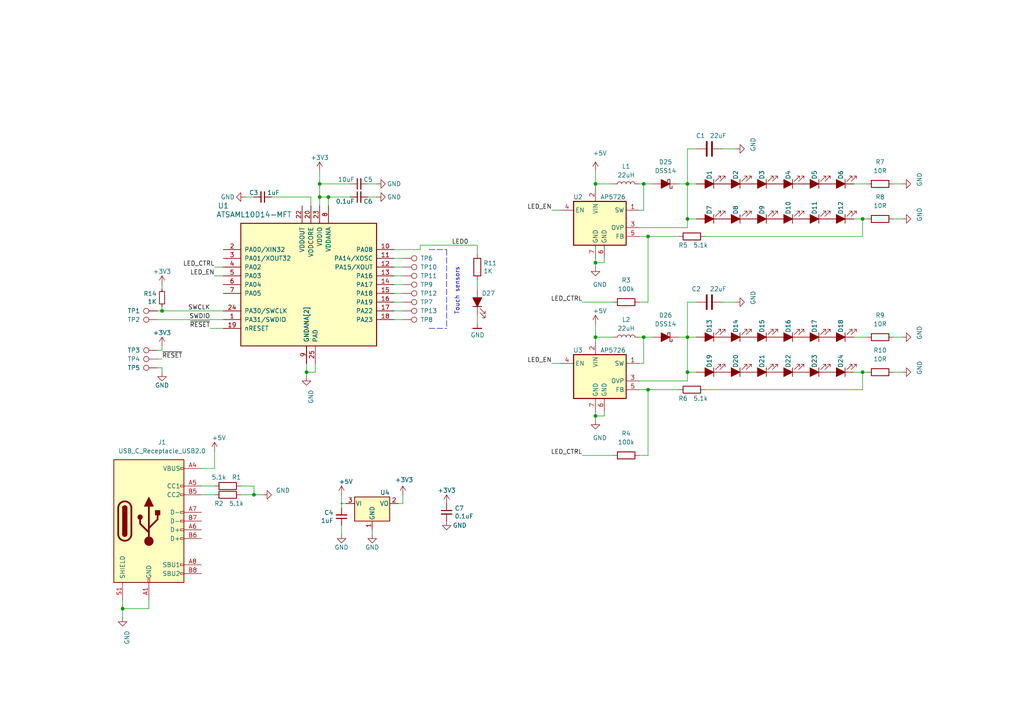
<source format=kicad_sch>
(kicad_sch (version 20230121) (generator eeschema)
  (paper "A4")
  (title_block (title "Meiji Led Ring") (date "2020-12-03") (rev "r1.0") (company "GsD - @gregdavill") (comment 1 "To fit MA794 Barlow lens"))
  (bus_alias "GPDI" (members "CK_N" "CK_P" "D0_N" "D0_P" "D1_N" "D1_P" "D2_N" "D2_P"))
  (junction (at 92.71 53.34) (diameter 0.9144))
  (junction (at 172.72 120.65) (diameter 0.9144))
  (junction (at 199.39 63.5) (diameter 0.9144))
  (junction (at 172.72 97.79) (diameter 0.9144))
  (junction (at 250.19 107.95) (diameter 0.9144))
  (junction (at 199.39 53.34) (diameter 0.9144))
  (junction (at 172.72 76.2) (diameter 0.9144))
  (junction (at 186.69 97.79) (diameter 0.9144))
  (junction (at 172.72 53.34) (diameter 0.9144))
  (junction (at 95.25 57.15) (diameter 0.9144))
  (junction (at 88.9 107.95) (diameter 0.9144))
  (junction (at 92.71 57.15) (diameter 0.9144))
  (junction (at 73.66 143.51) (diameter 0.9144))
  (junction (at 187.96 68.58) (diameter 0.9144))
  (junction (at 250.19 63.5) (diameter 0.9144))
  (junction (at 186.69 53.34) (diameter 0.9144))
  (junction (at 35.56 176.53) (diameter 0.9144))
  (junction (at 187.96 113.03) (diameter 0.9144))
  (junction (at 199.39 97.79) (diameter 0.9144))
  (junction (at 99.06 146.05) (diameter 0.3048))
  (junction (at 46.99 90.17) (diameter 0.9144))
  (junction (at 199.39 107.95) (diameter 0.9144))
  (wire (pts (xy 247.65 53.34) (xy 251.46 53.34)))
  (wire (pts (xy 185.42 87.63) (xy 187.96 87.63)))
  (wire (pts (xy 160.02 60.96) (xy 162.56 60.96)))
  (wire (pts (xy 199.39 53.34) (xy 201.93 53.34)))
  (wire (pts (xy 204.47 68.58) (xy 250.19 68.58)))
  (wire (pts (xy 92.71 59.69) (xy 92.71 57.15)))
  (wire (pts (xy 247.65 107.95) (xy 250.19 107.95)))
  (wire (pts (xy 250.19 68.58) (xy 250.19 63.5)))
  (wire (pts (xy 175.26 76.2) (xy 172.72 76.2)))
  (wire (pts (xy 172.72 93.98) (xy 172.72 97.79)))
  (wire (pts (xy 199.39 66.04) (xy 199.39 63.5)))
  (wire (pts (xy 187.96 113.03) (xy 187.96 132.08)))
  (wire (pts (xy 187.96 68.58) (xy 187.96 87.63)))
  (wire (pts (xy 172.72 76.2) (xy 172.72 77.47)))
  (wire (pts (xy 201.93 107.95) (xy 199.39 107.95)))
  (wire (pts (xy 46.99 83.82) (xy 46.99 82.55)))
  (wire (pts (xy 172.72 74.93) (xy 172.72 76.2)))
  (wire (pts (xy 88.9 105.41) (xy 88.9 107.95)))
  (wire (pts (xy 199.39 87.63) (xy 199.39 97.79)))
  (wire (pts (xy 185.42 68.58) (xy 187.96 68.58)))
  (wire (pts (xy 106.68 57.15) (xy 109.22 57.15)))
  (wire (pts (xy 107.95 153.67) (xy 107.95 154.94)))
  (wire (pts (xy 58.42 135.89) (xy 62.23 135.89)))
  (wire (pts (xy 45.72 101.6) (xy 46.99 101.6)))
  (polyline (pts (xy 129.54 72.39) (xy 129.54 95.25)) (stroke (width 0) (type dash)))
  (wire (pts (xy 177.8 53.34) (xy 172.72 53.34)))
  (wire (pts (xy 247.65 63.5) (xy 250.19 63.5)))
  (wire (pts (xy 259.08 97.79) (xy 261.62 97.79)))
  (wire (pts (xy 115.57 146.05) (xy 116.84 146.05)))
  (polyline (pts (xy 124.46 95.25) (xy 129.54 95.25)) (stroke (width 0) (type dash)))
  (wire (pts (xy 73.66 143.51) (xy 76.2 143.51)))
  (wire (pts (xy 201.93 43.18) (xy 199.39 43.18)))
  (wire (pts (xy 99.06 143.51) (xy 99.06 146.05)))
  (wire (pts (xy 259.08 53.34) (xy 261.62 53.34)))
  (wire (pts (xy 175.26 119.38) (xy 175.26 120.65)))
  (wire (pts (xy 92.71 53.34) (xy 101.6 53.34)))
  (wire (pts (xy 35.56 176.53) (xy 35.56 179.07)))
  (wire (pts (xy 199.39 97.79) (xy 196.85 97.79)))
  (wire (pts (xy 60.96 95.25) (xy 64.77 95.25)))
  (wire (pts (xy 185.42 105.41) (xy 186.69 105.41)))
  (wire (pts (xy 114.3 87.63) (xy 116.84 87.63)))
  (wire (pts (xy 250.19 113.03) (xy 250.19 107.95)))
  (polyline (pts (xy 124.46 72.39) (xy 129.54 72.39)) (stroke (width 0) (type dash)))
  (wire (pts (xy 186.69 53.34) (xy 185.42 53.34)))
  (wire (pts (xy 138.43 91.44) (xy 138.43 93.98)))
  (wire (pts (xy 88.9 107.95) (xy 88.9 109.22)))
  (wire (pts (xy 186.69 97.79) (xy 185.42 97.79)))
  (wire (pts (xy 186.69 97.79) (xy 189.23 97.79)))
  (wire (pts (xy 114.3 77.47) (xy 116.84 77.47)))
  (wire (pts (xy 121.92 71.12) (xy 138.43 71.12)))
  (wire (pts (xy 172.72 120.65) (xy 172.72 121.92)))
  (wire (pts (xy 114.3 82.55) (xy 116.84 82.55)))
  (wire (pts (xy 259.08 107.95) (xy 261.62 107.95)))
  (wire (pts (xy 45.72 106.68) (xy 46.99 106.68)))
  (wire (pts (xy 121.92 72.39) (xy 114.3 72.39)))
  (wire (pts (xy 106.68 53.34) (xy 109.22 53.34)))
  (wire (pts (xy 114.3 90.17) (xy 116.84 90.17)))
  (wire (pts (xy 45.72 104.14) (xy 46.99 104.14)))
  (wire (pts (xy 250.19 107.95) (xy 251.46 107.95)))
  (wire (pts (xy 92.71 57.15) (xy 92.71 53.34)))
  (wire (pts (xy 121.92 71.12) (xy 121.92 72.39)))
  (wire (pts (xy 259.08 63.5) (xy 261.62 63.5)))
  (wire (pts (xy 175.26 74.93) (xy 175.26 76.2)))
  (wire (pts (xy 69.85 140.97) (xy 73.66 140.97)))
  (wire (pts (xy 199.39 53.34) (xy 196.85 53.34)))
  (wire (pts (xy 114.3 85.09) (xy 116.84 85.09)))
  (wire (pts (xy 114.3 80.01) (xy 116.84 80.01)))
  (wire (pts (xy 138.43 73.66) (xy 138.43 71.12)))
  (wire (pts (xy 209.55 87.63) (xy 213.36 87.63)))
  (wire (pts (xy 45.72 92.71) (xy 64.77 92.71)))
  (wire (pts (xy 62.23 130.81) (xy 62.23 135.89)))
  (wire (pts (xy 247.65 97.79) (xy 251.46 97.79)))
  (wire (pts (xy 172.72 49.53) (xy 172.72 53.34)))
  (wire (pts (xy 168.91 132.08) (xy 177.8 132.08)))
  (wire (pts (xy 95.25 57.15) (xy 101.6 57.15)))
  (wire (pts (xy 43.18 176.53) (xy 35.56 176.53)))
  (wire (pts (xy 199.39 97.79) (xy 199.39 107.95)))
  (wire (pts (xy 186.69 105.41) (xy 186.69 97.79)))
  (wire (pts (xy 201.93 87.63) (xy 199.39 87.63)))
  (wire (pts (xy 46.99 101.6) (xy 46.99 100.33)))
  (wire (pts (xy 73.66 57.15) (xy 71.12 57.15)))
  (wire (pts (xy 35.56 173.99) (xy 35.56 176.53)))
  (wire (pts (xy 172.72 53.34) (xy 172.72 54.61)))
  (wire (pts (xy 185.42 110.49) (xy 199.39 110.49)))
  (wire (pts (xy 46.99 106.68) (xy 46.99 107.95)))
  (wire (pts (xy 199.39 53.34) (xy 199.39 63.5)))
  (wire (pts (xy 199.39 97.79) (xy 201.93 97.79)))
  (wire (pts (xy 168.91 87.63) (xy 177.8 87.63)))
  (wire (pts (xy 186.69 60.96) (xy 186.69 53.34)))
  (wire (pts (xy 175.26 120.65) (xy 172.72 120.65)))
  (wire (pts (xy 95.25 57.15) (xy 95.25 59.69)))
  (wire (pts (xy 58.42 143.51) (xy 62.23 143.51)))
  (wire (pts (xy 185.42 66.04) (xy 199.39 66.04)))
  (wire (pts (xy 160.02 105.41) (xy 162.56 105.41)))
  (wire (pts (xy 46.99 90.17) (xy 64.77 90.17)))
  (wire (pts (xy 114.3 74.93) (xy 116.84 74.93)))
  (wire (pts (xy 99.06 146.05) (xy 99.06 147.32)))
  (wire (pts (xy 185.42 113.03) (xy 187.96 113.03)))
  (wire (pts (xy 185.42 132.08) (xy 187.96 132.08)))
  (wire (pts (xy 46.99 90.17) (xy 46.99 88.9)))
  (wire (pts (xy 199.39 43.18) (xy 199.39 53.34)))
  (wire (pts (xy 116.84 146.05) (xy 116.84 143.51)))
  (wire (pts (xy 46.99 90.17) (xy 45.72 90.17)))
  (wire (pts (xy 92.71 57.15) (xy 95.25 57.15)))
  (wire (pts (xy 91.44 105.41) (xy 91.44 107.95)))
  (wire (pts (xy 58.42 140.97) (xy 62.23 140.97)))
  (wire (pts (xy 187.96 68.58) (xy 196.85 68.58)))
  (wire (pts (xy 204.47 113.03) (xy 250.19 113.03)))
  (wire (pts (xy 209.55 43.18) (xy 213.36 43.18)))
  (wire (pts (xy 90.17 57.15) (xy 90.17 59.69)))
  (wire (pts (xy 199.39 110.49) (xy 199.39 107.95)))
  (wire (pts (xy 201.93 63.5) (xy 199.39 63.5)))
  (wire (pts (xy 114.3 92.71) (xy 116.84 92.71)))
  (wire (pts (xy 100.33 146.05) (xy 99.06 146.05)))
  (wire (pts (xy 62.23 77.47) (xy 64.77 77.47)))
  (wire (pts (xy 177.8 97.79) (xy 172.72 97.79)))
  (wire (pts (xy 172.72 97.79) (xy 172.72 99.06)))
  (wire (pts (xy 172.72 119.38) (xy 172.72 120.65)))
  (wire (pts (xy 69.85 143.51) (xy 73.66 143.51)))
  (wire (pts (xy 92.71 49.53) (xy 92.71 53.34)))
  (wire (pts (xy 99.06 152.4) (xy 99.06 154.94)))
  (wire (pts (xy 62.23 80.01) (xy 64.77 80.01)))
  (wire (pts (xy 91.44 107.95) (xy 88.9 107.95)))
  (wire (pts (xy 250.19 63.5) (xy 251.46 63.5)))
  (wire (pts (xy 78.74 57.15) (xy 90.17 57.15)))
  (wire (pts (xy 185.42 60.96) (xy 186.69 60.96)))
  (wire (pts (xy 73.66 140.97) (xy 73.66 143.51)))
  (wire (pts (xy 43.18 173.99) (xy 43.18 176.53)))
  (wire (pts (xy 187.96 113.03) (xy 196.85 113.03)))
  (wire (pts (xy 138.43 81.28) (xy 138.43 83.82)))
  (wire (pts (xy 186.69 53.34) (xy 189.23 53.34)))
  (text "Touch sensors" (at 133.35 77.47 90) (effects (font (size 1.27 1.27)) (justify right bottom)))
  (label "LED_CTRL" (at 168.91 132.08 180))
  (label "LED_EN" (at 62.23 80.01 180))
  (label "LED_CTRL" (at 168.91 87.63 180))
  (label "LED_EN" (at 160.02 105.41 180))
  (label "SWCLK" (at 60.96 90.17 180))
  (label "SWDIO" (at 60.96 92.71 180))
  (label "LED0" (at 135.89 71.12 180))
  (label "~{RESET}" (at 46.99 104.14 0))
  (label "LED_CTRL" (at 62.23 77.47 180))
  (label "LED_EN" (at 160.02 60.96 180))
  (label "~{RESET}" (at 60.96 95.25 180))
  (symbol (lib_id "power:GND") (at 35.56 179.07 0) (unit 1)
    (property "Reference" "#PWR0104" (effects hide))
    (property "Value" "GND" (at 36.83 182.88 90) (effects (justify right)))
  )
  (symbol (lib_id "gkl_power:GND") (at 138.43 93.98 0) (unit 1)
    (property "Reference" "#PWR08" (effects hide))
    (property "Value" "GND" (at 138.5062 97.1804 0))
  )
  (symbol (lib_name "Device:LED_ALT_17") (lib_id "Device:LED_ALT") (at 205.74 107.95 180) (unit 1)
    (property "Reference" "D19" (at 205.74 106.68 90) (effects (justify right)))
    (property "Value" "LED_ALT" (effects hide))
    (property "Footprint" "gsd-footprints:LED_LUXEON_3014" (effects hide))
    (property "Datasheet" "https://datasheet.lcsc.com/szlcsc/1912111437_Lumileds-L130-3080HE1400001_C358161.pdf" (effects hide))
    (property "Mfg" "Lextar" (effects hide))
    (property "PN" "PC30H08-V4" (effects hide))
  )
  (symbol (lib_name "Device:LED_ALT_5") (lib_id "Device:LED_ALT") (at 236.22 53.34 180) (unit 1)
    (property "Reference" "D5" (at 236.22 52.07 90) (effects (justify right)))
    (property "Value" "LED_ALT" (effects hide))
    (property "Footprint" "gsd-footprints:LED_LUXEON_3014" (effects hide))
    (property "Datasheet" "https://datasheet.lcsc.com/szlcsc/1912111437_Lumileds-L130-3080HE1400001_C358161.pdf" (effects hide))
    (property "Mfg" "Lextar" (effects hide))
    (property "PN" "PC30H08-V4" (effects hide))
  )
  (symbol (lib_id "power:GND") (at 213.36 43.18 90) (unit 1)
    (property "Reference" "#PWR0105" (effects hide))
    (property "Value" "GND" (at 218.44 41.91 0))
  )
  (symbol (lib_name "Device:R_4") (lib_id "Device:R") (at 255.27 63.5 270) (unit 1)
    (property "Reference" "R8" (at 255.27 57.15 90))
    (property "Value" "10R" (at 255.27 59.69 90))
    (property "Footprint" "Resistor_SMD:R_0603_1608Metric" (effects hide))
    (property "Mfg" "UNI-ROYAL(Uniroyal Elec)" (effects hide))
    (property "PN" "0603WAF100JT5E" (effects hide))
  )
  (symbol (lib_name "Device:LED_ALT_9") (lib_id "Device:LED_ALT") (at 236.22 63.5 180) (unit 1)
    (property "Reference" "D11" (at 236.22 62.23 90) (effects (justify right)))
    (property "Value" "LED_ALT" (effects hide))
    (property "Footprint" "gsd-footprints:LED_LUXEON_3014" (effects hide))
    (property "Datasheet" "https://datasheet.lcsc.com/szlcsc/1912111437_Lumileds-L130-3080HE1400001_C358161.pdf" (effects hide))
    (property "Mfg" "Lextar" (effects hide))
    (property "PN" "PC30H08-V4" (effects hide))
  )
  (symbol (lib_id "Device:D_Schottky_ALT") (at 193.04 97.79 180) (unit 1)
    (property "Reference" "D26" (at 193.04 91.44 0))
    (property "Value" "DSS14" (at 193.04 93.98 0))
    (property "Footprint" "Diode_SMD:D_SOD-123F" (effects hide))
    (property "Mfg" "BORN" (effects hide))
    (property "PN" "DSS14" (effects hide))
  )
  (symbol (lib_name "Device:LED_ALT_19") (lib_id "Device:LED_ALT") (at 236.22 97.79 180) (unit 1)
    (property "Reference" "D17" (at 236.22 96.52 90) (effects (justify right)))
    (property "Value" "LED_ALT" (effects hide))
    (property "Footprint" "gsd-footprints:LED_LUXEON_3014" (effects hide))
    (property "Datasheet" "https://datasheet.lcsc.com/szlcsc/1912111437_Lumileds-L130-3080HE1400001_C358161.pdf" (effects hide))
    (property "Mfg" "Lextar" (effects hide))
    (property "PN" "PC30H08-V4" (effects hide))
  )
  (symbol (lib_id "power:GND") (at 109.22 53.34 90) (mirror x) (unit 1)
    (property "Reference" "#PWR0109" (effects hide))
    (property "Value" "GND" (at 114.3 53.34 90))
  )
  (symbol (lib_id "Connector:TestPoint") (at 45.72 106.68 90) (unit 1)
    (property "Reference" "TP5" (at 40.64 106.68 90) (effects (justify left)))
    (property "Value" "TP_GND" (effects hide))
    (property "Footprint" "TestPoint:TestPoint_Pad_D1.0mm" (effects hide))
  )
  (symbol (lib_id "power:GND") (at 172.72 121.92 0) (unit 1)
    (property "Reference" "#PWR03" (effects hide))
    (property "Value" "GND" (at 173.99 127 0))
  )
  (symbol (lib_id "power:+3.3V") (at 129.54 146.05 0) (unit 1)
    (property "Reference" "#PWR0121" (effects hide))
    (property "Value" "+3.3V" (at 129.54 142.24 0))
  )
  (symbol (lib_id "power:GND") (at 172.72 77.47 0) (unit 1)
    (property "Reference" "#PWR02" (effects hide))
    (property "Value" "GND" (at 173.99 82.55 0))
  )
  (symbol (lib_id "power:GND") (at 107.95 154.94 0) (unit 1)
    (property "Reference" "#PWR0119" (effects hide))
    (property "Value" "GND" (at 107.95 158.75 0))
  )
  (symbol (lib_name "Device:LED_ALT_12") (lib_id "Device:LED_ALT") (at 205.74 63.5 180) (unit 1)
    (property "Reference" "D7" (at 205.74 62.23 90) (effects (justify right)))
    (property "Value" "LED_ALT" (effects hide))
    (property "Footprint" "gsd-footprints:LED_LUXEON_3014" (effects hide))
    (property "Datasheet" "https://datasheet.lcsc.com/szlcsc/1912111437_Lumileds-L130-3080HE1400001_C358161.pdf" (effects hide))
    (property "Mfg" "Lextar" (effects hide))
    (property "PN" "PC30H08-V4" (effects hide))
  )
  (symbol (lib_name "Device:LED_ALT_21") (lib_id "Device:LED_ALT") (at 236.22 107.95 180) (unit 1)
    (property "Reference" "D23" (at 236.22 106.68 90) (effects (justify right)))
    (property "Value" "LED_ALT" (effects hide))
    (property "Footprint" "gsd-footprints:LED_LUXEON_3014" (effects hide))
    (property "Datasheet" "https://datasheet.lcsc.com/szlcsc/1912111437_Lumileds-L130-3080HE1400001_C358161.pdf" (effects hide))
    (property "Mfg" "Lextar" (effects hide))
    (property "PN" "PC30H08-V4" (effects hide))
  )
  (symbol (lib_id "Device:C") (at 205.74 87.63 90) (unit 1)
    (property "Reference" "C2" (at 201.93 83.82 90))
    (property "Value" "22uF" (at 208.28 83.82 90))
    (property "Footprint" "Capacitor_SMD:C_1210_3225Metric" (effects hide))
    (property "Mfg" "Taiyo Yuden " (effects hide))
    (property "PN" "TMK325B7226KM-PR" (effects hide))
  )
  (symbol (lib_id "Connector:TestPoint") (at 116.84 74.93 270) (unit 1)
    (property "Reference" "TP6" (at 121.92 74.93 90) (effects (justify left)))
    (property "Value" "TP_SWCLK" (effects hide))
    (property "Footprint" "gsd-footprints:touch_edge_arc" (effects hide))
  )
  (symbol (lib_id "gsd-kicad:ATSAML10D14-MFT") (at 64.77 72.39 0) (unit 1)
    (property "Reference" "U1" (at 64.77 59.69 0) (effects (font (size 1.524 1.524))))
    (property "Value" "ATSAML10D14-MFT" (at 73.66 62.23 0) (effects (font (size 1.524 1.524))))
    (property "Footprint" "Package_DFN_QFN:QFN-24-1EP_5x5mm_P0.65mm_EP3.4x3.4mm" (effects hide))
    (property "Datasheet" "https://ww1.microchip.com/downloads/en/DeviceDoc/SAM-L10L11-Family-DataSheet-DS60001513F.pdf" (effects hide))
    (property "Mfg" "Microchip Technology" (effects hide))
    (property "PN" "ATSAML10D14A-MUTCT-ND" (effects hide))
  )
  (symbol (lib_name "Device:LED_ALT_15") (lib_id "Device:LED_ALT") (at 243.84 107.95 180) (unit 1)
    (property "Reference" "D24" (at 243.84 106.68 90) (effects (justify right)))
    (property "Value" "LED_ALT" (effects hide))
    (property "Footprint" "gsd-footprints:LED_LUXEON_3014" (effects hide))
    (property "Datasheet" "https://datasheet.lcsc.com/szlcsc/1912111437_Lumileds-L130-3080HE1400001_C358161.pdf" (effects hide))
    (property "Mfg" "Lextar" (effects hide))
    (property "PN" "PC30H08-V4" (effects hide))
  )
  (symbol (lib_name "Device:LED_ALT_3") (lib_id "Device:LED_ALT") (at 228.6 53.34 180) (unit 1)
    (property "Reference" "D4" (at 228.6 52.07 90) (effects (justify right)))
    (property "Value" "LED_ALT" (effects hide))
    (property "Footprint" "gsd-footprints:LED_LUXEON_3014" (effects hide))
    (property "Datasheet" "https://datasheet.lcsc.com/szlcsc/1912111437_Lumileds-L130-3080HE1400001_C358161.pdf" (effects hide))
    (property "Mfg" "Lextar" (effects hide))
    (property "PN" "PC30H08-V4" (effects hide))
  )
  (symbol (lib_id "power:GND") (at 71.12 57.15 270) (unit 1)
    (property "Reference" "#PWR0110" (effects hide))
    (property "Value" "GND" (at 66.04 57.15 90))
  )
  (symbol (lib_name "Device:LED_ALT_11") (lib_id "Device:LED_ALT") (at 228.6 63.5 180) (unit 1)
    (property "Reference" "D10" (at 228.6 62.23 90) (effects (justify right)))
    (property "Value" "LED_ALT" (effects hide))
    (property "Footprint" "gsd-footprints:LED_LUXEON_3014" (effects hide))
    (property "Datasheet" "https://datasheet.lcsc.com/szlcsc/1912111437_Lumileds-L130-3080HE1400001_C358161.pdf" (effects hide))
    (property "Mfg" "Lextar" (effects hide))
    (property "PN" "PC30H08-V4" (effects hide))
  )
  (symbol (lib_id "power:+3.3V") (at 116.84 143.51 0) (unit 1)
    (property "Reference" "#PWR0120" (effects hide))
    (property "Value" "+3.3V" (at 117.2083 139.1856 0))
  )
  (symbol (lib_id "Device:C_Small") (at 104.14 57.15 90) (unit 1)
    (property "Reference" "C6" (at 105.41 58.42 90) (effects (justify right)))
    (property "Value" "0.1uF" (at 102.87 58.42 90) (effects (justify left)))
    (property "Footprint" "Capacitor_SMD:C_0402_1005Metric" (effects hide))
    (property "Mfg" "Yageo" (effects hide))
    (property "PN" "CC0402JRX7R7BB104" (effects hide))
  )
  (symbol (lib_name "Device:LED_ALT_8") (lib_id "Device:LED_ALT") (at 243.84 63.5 180) (unit 1)
    (property "Reference" "D12" (at 243.84 62.23 90) (effects (justify right)))
    (property "Value" "LED_ALT" (effects hide))
    (property "Footprint" "gsd-footprints:LED_LUXEON_3014" (effects hide))
    (property "Datasheet" "https://datasheet.lcsc.com/szlcsc/1912111437_Lumileds-L130-3080HE1400001_C358161.pdf" (effects hide))
    (property "Mfg" "Lextar" (effects hide))
    (property "PN" "PC30H08-V4" (effects hide))
  )
  (symbol (lib_id "Device:R") (at 138.43 77.47 0) (unit 1)
    (property "Reference" "R11" (at 140.2081 76.3206 0) (effects (justify left)))
    (property "Value" "1K" (at 140.2081 78.6193 0) (effects (justify left)))
    (property "Footprint" "Resistor_SMD:R_0402_1005Metric" (effects hide))
    (property "Mfg" "Yageo" (effects hide))
    (property "PN" "AC0402FR-071KL" (effects hide))
  )
  (symbol (lib_id "Connector:TestPoint") (at 116.84 77.47 270) (unit 1)
    (property "Reference" "TP10" (at 121.92 77.47 90) (effects (justify left)))
    (property "Value" "TP_SWCLK" (effects hide))
    (property "Footprint" "gsd-footprints:touch_edge_arc" (effects hide))
  )
  (symbol (lib_name "Device:LED_ALT_24") (lib_id "Device:LED_ALT") (at 205.74 97.79 180) (unit 1)
    (property "Reference" "D13" (at 205.74 96.52 90) (effects (justify right)))
    (property "Value" "LED_ALT" (effects hide))
    (property "Footprint" "gsd-footprints:LED_LUXEON_3014" (effects hide))
    (property "Datasheet" "https://datasheet.lcsc.com/szlcsc/1912111437_Lumileds-L130-3080HE1400001_C358161.pdf" (effects hide))
    (property "Mfg" "Lextar" (effects hide))
    (property "PN" "PC30H08-V4" (effects hide))
  )
  (symbol (lib_name "Device:R_10") (lib_id "Device:R") (at 66.04 140.97 270) (unit 1)
    (property "Reference" "R1" (at 68.58 138.43 90))
    (property "Value" "5.1k" (at 63.5 138.43 90))
    (property "Footprint" "Resistor_SMD:R_0402_1005Metric" (effects hide))
    (property "Mfg" "Yageo" (effects hide))
    (property "PN" "AC0402FR-075K1L" (effects hide))
  )
  (symbol (lib_id "gsd-kicad:AP5726") (at 162.56 59.69 0) (unit 1)
    (property "Reference" "U2" (at 167.64 57.15 0))
    (property "Value" "AP5726" (at 177.8 57.15 0))
    (property "Footprint" "Package_DFN_QFN:DFN-6-1EP_2x2mm_P0.65mm_EP1x1.6mm" (effects hide))
    (property "Mfg" "Diodes Incorporated" (effects hide))
    (property "PN" "AP5726FDCG-7" (effects hide))
  )
  (symbol (lib_id "power:+5V") (at 172.72 49.53 0) (unit 1)
    (property "Reference" "#PWR0106" (effects hide))
    (property "Value" "+5V" (at 173.99 44.45 0))
  )
  (symbol (lib_id "power:GND") (at 261.62 63.5 90) (unit 1)
    (property "Reference" "#PWR05" (effects hide))
    (property "Value" "GND" (at 266.7 62.23 0))
  )
  (symbol (lib_id "Device:D_Schottky_ALT") (at 193.04 53.34 180) (unit 1)
    (property "Reference" "D25" (at 193.04 46.99 0))
    (property "Value" "DSS14" (at 193.04 49.53 0))
    (property "Footprint" "Diode_SMD:D_SOD-123F" (effects hide))
    (property "Mfg" "BORN" (effects hide))
    (property "PN" "DSS14" (effects hide))
  )
  (symbol (lib_id "Connector:TestPoint") (at 116.84 80.01 270) (unit 1)
    (property "Reference" "TP11" (at 121.92 80.01 90) (effects (justify left)))
    (property "Value" "TP_SWCLK" (effects hide))
    (property "Footprint" "gsd-footprints:touch_edge_arc" (effects hide))
  )
  (symbol (lib_id "power:GND") (at 46.99 107.95 0) (unit 1)
    (property "Reference" "#PWR0115" (effects hide))
    (property "Value" "GND" (at 46.99 111.76 0))
  )
  (symbol (lib_id "power:GND") (at 109.22 57.15 90) (unit 1)
    (property "Reference" "#PWR0108" (effects hide))
    (property "Value" "GND" (at 114.3 57.15 90))
  )
  (symbol (lib_id "power:GND") (at 261.62 97.79 90) (unit 1)
    (property "Reference" "#PWR06" (effects hide))
    (property "Value" "GND" (at 266.7 96.52 0))
  )
  (symbol (lib_name "Device:R_6") (lib_id "Device:R") (at 200.66 113.03 90) (unit 1)
    (property "Reference" "R6" (at 198.12 115.57 90))
    (property "Value" "5.1k" (at 203.2 115.57 90))
    (property "Footprint" "Resistor_SMD:R_0402_1005Metric" (effects hide))
    (property "Mfg" "Yageo" (effects hide))
    (property "PN" "AC0402FR-075K1L" (effects hide))
  )
  (symbol (lib_id "Connector:TestPoint") (at 116.84 82.55 270) (unit 1)
    (property "Reference" "TP9" (at 121.92 82.55 90) (effects (justify left)))
    (property "Value" "TP_SWCLK" (effects hide))
    (property "Footprint" "gsd-footprints:touch_edge_arc" (effects hide))
  )
  (symbol (lib_id "Connector:TestPoint") (at 116.84 85.09 270) (unit 1)
    (property "Reference" "TP12" (at 121.92 85.09 90) (effects (justify left)))
    (property "Value" "TP_SWCLK" (effects hide))
    (property "Footprint" "gsd-footprints:touch_edge_arc" (effects hide))
  )
  (symbol (lib_id "Connector:TestPoint") (at 116.84 87.63 270) (unit 1)
    (property "Reference" "TP7" (at 121.92 87.63 90) (effects (justify left)))
    (property "Value" "TP_SWCLK" (effects hide))
    (property "Footprint" "gsd-footprints:touch_edge_arc" (effects hide))
  )
  (symbol (lib_id "power:+5V") (at 172.72 93.98 0) (unit 1)
    (property "Reference" "#PWR0101" (effects hide))
    (property "Value" "+5V" (at 173.99 90.17 0))
  )
  (symbol (lib_id "gsd-kicad:AP5726") (at 162.56 104.14 0) (unit 1)
    (property "Reference" "U3" (at 167.64 101.6 0))
    (property "Value" "AP5726" (at 177.8 101.6 0))
    (property "Footprint" "Package_DFN_QFN:DFN-6-1EP_2x2mm_P0.65mm_EP1x1.6mm" (effects hide))
    (property "Mfg" "Diodes Incorporated" (effects hide))
    (property "PN" "AP5726FDCG-7" (effects hide))
  )
  (symbol (lib_id "Device:C_Small") (at 104.14 53.34 90) (mirror x) (unit 1)
    (property "Reference" "C5" (at 105.41 52.07 90) (effects (justify right)))
    (property "Value" "10uF" (at 102.87 52.07 90) (effects (justify left)))
    (property "Footprint" "Capacitor_SMD:C_0402_1005Metric" (effects hide))
    (property "Mfg" "Taiyo Yuden" (effects hide))
    (property "PN" "LDK105CBJ106MVLF" (effects hide))
  )
  (symbol (lib_name "Device:R_3") (lib_id "Device:R") (at 181.61 87.63 90) (unit 1)
    (property "Reference" "R3" (at 181.61 81.28 90))
    (property "Value" "100k" (at 181.61 83.82 90))
    (property "Footprint" "Resistor_SMD:R_0402_1005Metric" (effects hide))
    (property "Mfg" "Yageo" (effects hide))
    (property "PN" "AC0402FR-07100KL" (effects hide))
  )
  (symbol (lib_name "Device:LED_ALT_6") (lib_id "Device:LED_ALT") (at 243.84 53.34 180) (unit 1)
    (property "Reference" "D6" (at 243.84 52.07 90) (effects (justify right)))
    (property "Value" "LED_ALT" (effects hide))
    (property "Footprint" "gsd-footprints:LED_LUXEON_3014" (effects hide))
    (property "Datasheet" "https://datasheet.lcsc.com/szlcsc/1912111437_Lumileds-L130-3080HE1400001_C358161.pdf" (effects hide))
    (property "Mfg" "Lextar" (effects hide))
    (property "PN" "PC30H08-V4" (effects hide))
  )
  (symbol (lib_id "Regulator_Linear:MCP1700-3302E_SOT23") (at 107.95 146.05 0) (unit 1)
    (property "Reference" "U4" (at 113.03 142.875 0) (effects (justify right)))
    (property "Value" "MCP1700-3302E_SOT23" (effects hide))
    (property "Footprint" "Package_TO_SOT_SMD:SOT-23" (effects hide))
    (property "Datasheet" "http://ww1.microchip.com/downloads/en/DeviceDoc/20001826D.pdf" (effects hide))
    (property "Mfg" "Microchip Technology" (effects hide))
    (property "PN" "MCP1700T-3302E/TT" (effects hide))
  )
  (symbol (lib_name "Device:LED_ALT_23") (lib_id "Device:LED_ALT") (at 220.98 107.95 180) (unit 1)
    (property "Reference" "D21" (at 220.98 106.68 90) (effects (justify right)))
    (property "Value" "LED_ALT" (effects hide))
    (property "Footprint" "gsd-footprints:LED_LUXEON_3014" (effects hide))
    (property "Datasheet" "https://datasheet.lcsc.com/szlcsc/1912111437_Lumileds-L130-3080HE1400001_C358161.pdf" (effects hide))
    (property "Mfg" "Lextar" (effects hide))
    (property "PN" "PC30H08-V4" (effects hide))
  )
  (symbol (lib_name "Device:R_1") (lib_id "Device:R") (at 200.66 68.58 90) (unit 1)
    (property "Reference" "R5" (at 198.12 71.12 90))
    (property "Value" "5.1k" (at 203.2 71.12 90))
    (property "Footprint" "Resistor_SMD:R_0402_1005Metric" (effects hide))
    (property "Mfg" "Yageo" (effects hide))
    (property "PN" "AC0402FR-075K1L" (effects hide))
  )
  (symbol (lib_id "power:+5V") (at 62.23 130.81 0) (unit 1)
    (property "Reference" "#PWR0103" (effects hide))
    (property "Value" "+5V" (at 63.5 127 0))
  )
  (symbol (lib_id "Device:L") (at 181.61 53.34 90) (unit 1)
    (property "Reference" "L1" (at 181.61 48.26 90))
    (property "Value" "22uH" (at 181.61 50.8 90))
    (property "Footprint" "Inductor_SMD:L_Taiyo-Yuden_NR-40xx" (effects hide))
    (property "Mfg" "cjiang(Changjiang Microelectronics Tech)" (effects hide))
    (property "PN" "FNR4012S220MT" (effects hide))
  )
  (symbol (lib_id "power:GND") (at 88.9 109.22 0) (unit 1)
    (property "Reference" "#PWR0112" (effects hide))
    (property "Value" "GND" (at 90.17 113.03 90) (effects (justify right)))
  )
  (symbol (lib_id "Device:C") (at 205.74 43.18 90) (unit 1)
    (property "Reference" "C1" (at 203.2 39.37 90))
    (property "Value" "22uF" (at 208.28 39.37 90))
    (property "Footprint" "Capacitor_SMD:C_1210_3225Metric" (effects hide))
    (property "Mfg" "Taiyo Yuden " (effects hide))
    (property "PN" "TMK325B7226KM-PR" (effects hide))
  )
  (symbol (lib_name "Device:LED_ALT_4") (lib_id "Device:LED_ALT") (at 220.98 53.34 180) (unit 1)
    (property "Reference" "D3" (at 220.98 52.07 90) (effects (justify right)))
    (property "Value" "LED_ALT" (effects hide))
    (property "Footprint" "gsd-footprints:LED_LUXEON_3014" (effects hide))
    (property "Datasheet" "https://datasheet.lcsc.com/szlcsc/1912111437_Lumileds-L130-3080HE1400001_C358161.pdf" (effects hide))
    (property "Mfg" "Lextar" (effects hide))
    (property "PN" "PC30H08-V4" (effects hide))
  )
  (symbol (lib_name "Device:LED_ALT_14") (lib_id "Device:LED_ALT") (at 213.36 107.95 180) (unit 1)
    (property "Reference" "D20" (at 213.36 106.68 90) (effects (justify right)))
    (property "Value" "LED_ALT" (effects hide))
    (property "Footprint" "gsd-footprints:LED_LUXEON_3014" (effects hide))
    (property "Datasheet" "https://datasheet.lcsc.com/szlcsc/1912111437_Lumileds-L130-3080HE1400001_C358161.pdf" (effects hide))
    (property "Mfg" "Lextar" (effects hide))
    (property "PN" "PC30H08-V4" (effects hide))
  )
  (symbol (lib_id "Connector:TestPoint") (at 45.72 92.71 90) (unit 1)
    (property "Reference" "TP2" (at 40.64 92.71 90) (effects (justify left)))
    (property "Value" "TP_SWDIO" (effects hide))
    (property "Footprint" "TestPoint:TestPoint_Pad_D1.0mm" (effects hide))
  )
  (symbol (lib_id "power:GND") (at 261.62 107.95 90) (unit 1)
    (property "Reference" "#PWR07" (effects hide))
    (property "Value" "GND" (at 266.7 106.68 0))
  )
  (symbol (lib_id "Device:C_Small") (at 129.54 148.59 0) (unit 1)
    (property "Reference" "C7" (at 131.8642 147.4406 0) (effects (justify left)))
    (property "Value" "0.1uF" (at 131.8642 149.7393 0) (effects (justify left)))
    (property "Footprint" "Capacitor_SMD:C_0402_1005Metric" (effects hide))
    (property "Mfg" "Yageo" (effects hide))
    (property "PN" "CC0402JRX7R7BB104" (effects hide))
  )
  (symbol (lib_id "power:GND") (at 261.62 53.34 90) (unit 1)
    (property "Reference" "#PWR04" (effects hide))
    (property "Value" "GND" (at 266.7 52.07 0))
  )
  (symbol (lib_id "power:+3.3V") (at 92.71 49.53 0) (mirror y) (unit 1)
    (property "Reference" "#PWR0111" (effects hide))
    (property "Value" "+3.3V" (at 92.71 45.72 0))
  )
  (symbol (lib_name "Device:LED_ALT_7") (lib_id "Device:LED_ALT") (at 213.36 63.5 180) (unit 1)
    (property "Reference" "D8" (at 213.36 62.23 90) (effects (justify right)))
    (property "Value" "LED_ALT" (effects hide))
    (property "Footprint" "gsd-footprints:LED_LUXEON_3014" (effects hide))
    (property "Datasheet" "https://datasheet.lcsc.com/szlcsc/1912111437_Lumileds-L130-3080HE1400001_C358161.pdf" (effects hide))
    (property "Mfg" "Lextar" (effects hide))
    (property "PN" "PC30H08-V4" (effects hide))
  )
  (symbol (lib_name "Device:R_5") (lib_id "Device:R") (at 181.61 132.08 90) (unit 1)
    (property "Reference" "R4" (at 181.61 125.73 90))
    (property "Value" "100k" (at 181.61 128.27 90))
    (property "Footprint" "Resistor_SMD:R_0402_1005Metric" (effects hide))
    (property "Mfg" "Yageo" (effects hide))
    (property "PN" "AC0402FR-07100KL" (effects hide))
  )
  (symbol (lib_name "Device:R_2") (lib_id "Device:R") (at 255.27 53.34 270) (unit 1)
    (property "Reference" "R7" (at 255.27 46.99 90))
    (property "Value" "10R" (at 255.27 49.53 90))
    (property "Footprint" "Resistor_SMD:R_0603_1608Metric" (effects hide))
    (property "Mfg" "UNI-ROYAL(Uniroyal Elec)" (effects hide))
    (property "PN" "0603WAF100JT5E" (effects hide))
  )
  (symbol (lib_name "Device:R_8") (lib_id "Device:R") (at 255.27 97.79 270) (unit 1)
    (property "Reference" "R9" (at 255.27 91.44 90))
    (property "Value" "10R" (at 255.27 93.98 90))
    (property "Footprint" "Resistor_SMD:R_0603_1608Metric" (effects hide))
    (property "Mfg" "UNI-ROYAL(Uniroyal Elec)" (effects hide))
    (property "PN" "0603WAF100JT5E" (effects hide))
  )
  (symbol (lib_name "Device:LED_ALT_18") (lib_id "Device:LED_ALT") (at 228.6 107.95 180) (unit 1)
    (property "Reference" "D22" (at 228.6 106.68 90) (effects (justify right)))
    (property "Value" "LED_ALT" (effects hide))
    (property "Footprint" "gsd-footprints:LED_LUXEON_3014" (effects hide))
    (property "Datasheet" "https://datasheet.lcsc.com/szlcsc/1912111437_Lumileds-L130-3080HE1400001_C358161.pdf" (effects hide))
    (property "Mfg" "Lextar" (effects hide))
    (property "PN" "PC30H08-V4" (effects hide))
  )
  (symbol (lib_name "Device:R_9") (lib_id "Device:R") (at 66.04 143.51 90) (unit 1)
    (property "Reference" "R2" (at 63.5 146.05 90))
    (property "Value" "5.1k" (at 68.58 146.05 90))
    (property "Footprint" "Resistor_SMD:R_0402_1005Metric" (effects hide))
    (property "Mfg" "Yageo" (effects hide))
    (property "PN" "AC0402FR-075K1L" (effects hide))
  )
  (symbol (lib_id "Connector:TestPoint") (at 116.84 90.17 270) (unit 1)
    (property "Reference" "TP13" (at 121.92 90.17 90) (effects (justify left)))
    (property "Value" "TP_SWCLK" (effects hide))
    (property "Footprint" "gsd-footprints:touch_edge_arc" (effects hide))
  )
  (symbol (lib_name "Device:R_7") (lib_id "Device:R") (at 255.27 107.95 270) (unit 1)
    (property "Reference" "R10" (at 255.27 101.6 90))
    (property "Value" "10R" (at 255.27 104.14 90))
    (property "Footprint" "Resistor_SMD:R_0603_1608Metric" (effects hide))
    (property "Mfg" "UNI-ROYAL(Uniroyal Elec)" (effects hide))
    (property "PN" "0603WAF100JT5E" (effects hide))
  )
  (symbol (lib_id "power:GND") (at 76.2 143.51 90) (unit 1)
    (property "Reference" "#PWR01" (effects hide))
    (property "Value" "GND" (at 80.01 142.24 90) (effects (justify right)))
  )
  (symbol (lib_id "Connector:TestPoint") (at 45.72 104.14 90) (unit 1)
    (property "Reference" "TP4" (at 40.64 104.14 90) (effects (justify left)))
    (property "Value" "TP_RESET" (effects hide))
    (property "Footprint" "TestPoint:TestPoint_Pad_D1.0mm" (effects hide))
  )
  (symbol (lib_id "power:GND") (at 99.06 154.94 0) (unit 1)
    (property "Reference" "#PWR0118" (effects hide))
    (property "Value" "GND" (at 99.06 158.75 0))
  )
  (symbol (lib_id "Device:LED_ALT") (at 138.43 87.63 90) (unit 1)
    (property "Reference" "D27" (at 139.7 85.09 90) (effects (justify right)))
    (property "Value" "LED_ALT" (effects hide))
    (property "Footprint" "LED_SMD:LED_0402_1005Metric" (effects hide))
    (property "Mfg" "TOGIALED" (effects hide))
    (property "PN" "TJ-S1005SW4TGLC7K-A5" (effects hide))
  )
  (symbol (lib_id "power:GND") (at 129.54 151.13 0) (unit 1)
    (property "Reference" "#PWR0117" (effects hide))
    (property "Value" "GND" (at 133.35 152.4 0))
  )
  (symbol (lib_id "Connector:TestPoint") (at 45.72 101.6 90) (unit 1)
    (property "Reference" "TP3" (at 40.64 101.6 90) (effects (justify left)))
    (property "Value" "TP_VDD" (effects hide))
    (property "Footprint" "TestPoint:TestPoint_Pad_D1.0mm" (effects hide))
  )
  (symbol (lib_name "Device:LED_ALT_10") (lib_id "Device:LED_ALT") (at 220.98 63.5 180) (unit 1)
    (property "Reference" "D9" (at 220.98 62.23 90) (effects (justify right)))
    (property "Value" "LED_ALT" (effects hide))
    (property "Footprint" "gsd-footprints:LED_LUXEON_3014" (effects hide))
    (property "Datasheet" "https://datasheet.lcsc.com/szlcsc/1912111437_Lumileds-L130-3080HE1400001_C358161.pdf" (effects hide))
    (property "Mfg" "Lextar" (effects hide))
    (property "PN" "PC30H08-V4" (effects hide))
  )
  (symbol (lib_name "Device:LED_ALT_2") (lib_id "Device:LED_ALT") (at 213.36 53.34 180) (unit 1)
    (property "Reference" "D2" (at 213.36 52.07 90) (effects (justify right)))
    (property "Value" "LED_ALT" (effects hide))
    (property "Footprint" "gsd-footprints:LED_LUXEON_3014" (effects hide))
    (property "Datasheet" "https://datasheet.lcsc.com/szlcsc/1912111437_Lumileds-L130-3080HE1400001_C358161.pdf" (effects hide))
    (property "Mfg" "Lextar" (effects hide))
    (property "PN" "PC30H08-V4" (effects hide))
  )
  (symbol (lib_name "Device:LED_ALT_20") (lib_id "Device:LED_ALT") (at 220.98 97.79 180) (unit 1)
    (property "Reference" "D15" (at 220.98 96.52 90) (effects (justify right)))
    (property "Value" "LED_ALT" (effects hide))
    (property "Footprint" "gsd-footprints:LED_LUXEON_3014" (effects hide))
    (property "Datasheet" "https://datasheet.lcsc.com/szlcsc/1912111437_Lumileds-L130-3080HE1400001_C358161.pdf" (effects hide))
    (property "Mfg" "Lextar" (effects hide))
    (property "PN" "PC30H08-V4" (effects hide))
  )
  (symbol (lib_id "power:+3.3V") (at 46.99 82.55 0) (unit 1)
    (property "Reference" "#PWR0113" (effects hide))
    (property "Value" "+3.3V" (at 46.99 78.74 0))
  )
  (symbol (lib_id "power:GND") (at 213.36 87.63 90) (unit 1)
    (property "Reference" "#PWR0102" (effects hide))
    (property "Value" "GND" (at 218.44 86.36 0))
  )
  (symbol (lib_id "power:+5V") (at 99.06 143.51 0) (unit 1)
    (property "Reference" "#PWR0116" (effects hide))
    (property "Value" "+5V" (at 100.33 139.7 0))
  )
  (symbol (lib_name "Device:LED_ALT_13") (lib_id "Device:LED_ALT") (at 213.36 97.79 180) (unit 1)
    (property "Reference" "D14" (at 213.36 96.52 90) (effects (justify right)))
    (property "Value" "LED_ALT" (effects hide))
    (property "Footprint" "gsd-footprints:LED_LUXEON_3014" (effects hide))
    (property "Datasheet" "https://datasheet.lcsc.com/szlcsc/1912111437_Lumileds-L130-3080HE1400001_C358161.pdf" (effects hide))
    (property "Mfg" "Lextar" (effects hide))
    (property "PN" "PC30H08-V4" (effects hide))
  )
  (symbol (lib_id "Device:L") (at 181.61 97.79 90) (unit 1)
    (property "Reference" "L2" (at 181.61 92.71 90))
    (property "Value" "22uH" (at 181.61 95.25 90))
    (property "Footprint" "Inductor_SMD:L_Taiyo-Yuden_NR-40xx" (effects hide))
    (property "Mfg" "cjiang(Changjiang Microelectronics Tech)" (effects hide))
    (property "PN" "FNR4012S220MT" (effects hide))
  )
  (symbol (lib_name "Device:LED_ALT_22") (lib_id "Device:LED_ALT") (at 228.6 97.79 180) (unit 1)
    (property "Reference" "D16" (at 228.6 96.52 90) (effects (justify right)))
    (property "Value" "LED_ALT" (effects hide))
    (property "Footprint" "gsd-footprints:LED_LUXEON_3014" (effects hide))
    (property "Datasheet" "https://datasheet.lcsc.com/szlcsc/1912111437_Lumileds-L130-3080HE1400001_C358161.pdf" (effects hide))
    (property "Mfg" "Lextar" (effects hide))
    (property "PN" "PC30H08-V4" (effects hide))
  )
  (symbol (lib_id "Device:C_Small") (at 99.06 149.86 0) (mirror x) (unit 1)
    (property "Reference" "C4" (at 96.7232 148.6916 0) (effects (justify right)))
    (property "Value" "1uF" (at 96.7232 151.003 0) (effects (justify right)))
    (property "Footprint" "Capacitor_SMD:C_0402_1005Metric" (effects hide))
    (property "Mfg" "Yageo" (effects hide))
    (property "PN" "CC0402KRX5R8BB105" (effects hide))
  )
  (symbol (lib_id "Connector:TestPoint") (at 45.72 90.17 90) (unit 1)
    (property "Reference" "TP1" (at 40.64 90.17 90) (effects (justify left)))
    (property "Value" "TP_SWCLK" (effects hide))
    (property "Footprint" "TestPoint:TestPoint_Pad_D1.0mm" (effects hide))
  )
  (symbol (lib_id "Device:R_Small") (at 46.99 86.36 0) (mirror x) (unit 1)
    (property "Reference" "R14" (at 45.4914 85.1916 0) (effects (justify right)))
    (property "Value" "1K" (at 45.4914 87.503 0) (effects (justify right)))
    (property "Footprint" "Resistor_SMD:R_0402_1005Metric" (effects hide))
    (property "Mfg" "Yageo" (effects hide))
    (property "PN" "AC0402FR-071KL" (effects hide))
  )
  (symbol (lib_name "Device:LED_ALT_1") (lib_id "Device:LED_ALT") (at 205.74 53.34 180) (unit 1)
    (property "Reference" "D1" (at 205.74 52.07 90) (effects (justify right)))
    (property "Value" "LED_ALT" (effects hide))
    (property "Footprint" "gsd-footprints:LED_LUXEON_3014" (effects hide))
    (property "Datasheet" "https://datasheet.lcsc.com/szlcsc/1912111437_Lumileds-L130-3080HE1400001_C358161.pdf" (effects hide))
    (property "Mfg" "Lextar" (effects hide))
    (property "PN" "PC30H08-V4" (effects hide))
  )
  (symbol (lib_id "power:+3.3V") (at 46.99 100.33 0) (unit 1)
    (property "Reference" "#PWR0114" (effects hide))
    (property "Value" "+3.3V" (at 46.99 96.52 0))
  )
  (symbol (lib_id "Connector:USB_C_Receptacle_USB2.0") (at 43.18 151.13 0) (unit 1)
    (property "Reference" "J1" (at 46.99 128.27 0))
    (property "Value" "USB_C_Receptacle_USB2.0" (at 46.99 130.81 0))
    (property "Footprint" "Connector_USB:USB_C_Receptacle_HRO_TYPE-C-31-M-12" (effects hide))
    (property "Datasheet" "https://www.usb.org/sites/default/files/documents/usb_type-c.zip" (effects hide))
    (property "Mfg" "Jing Extension of the Electronic Co." (effects hide))
    (property "PN" "C167321" (effects hide))
  )
  (symbol (lib_name "Device:LED_ALT_16") (lib_id "Device:LED_ALT") (at 243.84 97.79 180) (unit 1)
    (property "Reference" "D18" (at 243.84 96.52 90) (effects (justify right)))
    (property "Value" "LED_ALT" (effects hide))
    (property "Footprint" "gsd-footprints:LED_LUXEON_3014" (effects hide))
    (property "Datasheet" "https://datasheet.lcsc.com/szlcsc/1912111437_Lumileds-L130-3080HE1400001_C358161.pdf" (effects hide))
    (property "Mfg" "Lextar" (effects hide))
    (property "PN" "PC30H08-V4" (effects hide))
  )
  (symbol (lib_id "Device:C_Small") (at 76.2 57.15 270) (unit 1)
    (property "Reference" "C3" (at 74.93 55.88 90) (effects (justify right)))
    (property "Value" "1uF" (at 77.47 55.88 90) (effects (justify left)))
    (property "Footprint" "Capacitor_SMD:C_0402_1005Metric" (effects hide))
    (property "Mfg" "Yageo" (effects hide))
    (property "PN" "CC0402KRX5R8BB105" (effects hide))
  )
  (symbol (lib_id "Connector:TestPoint") (at 116.84 92.71 270) (unit 1)
    (property "Reference" "TP8" (at 121.92 92.71 90) (effects (justify left)))
    (property "Value" "TP_SWCLK" (effects hide))
    (property "Footprint" "gsd-footprints:touch_edge_arc" (effects hide))
  )
)
</source>
